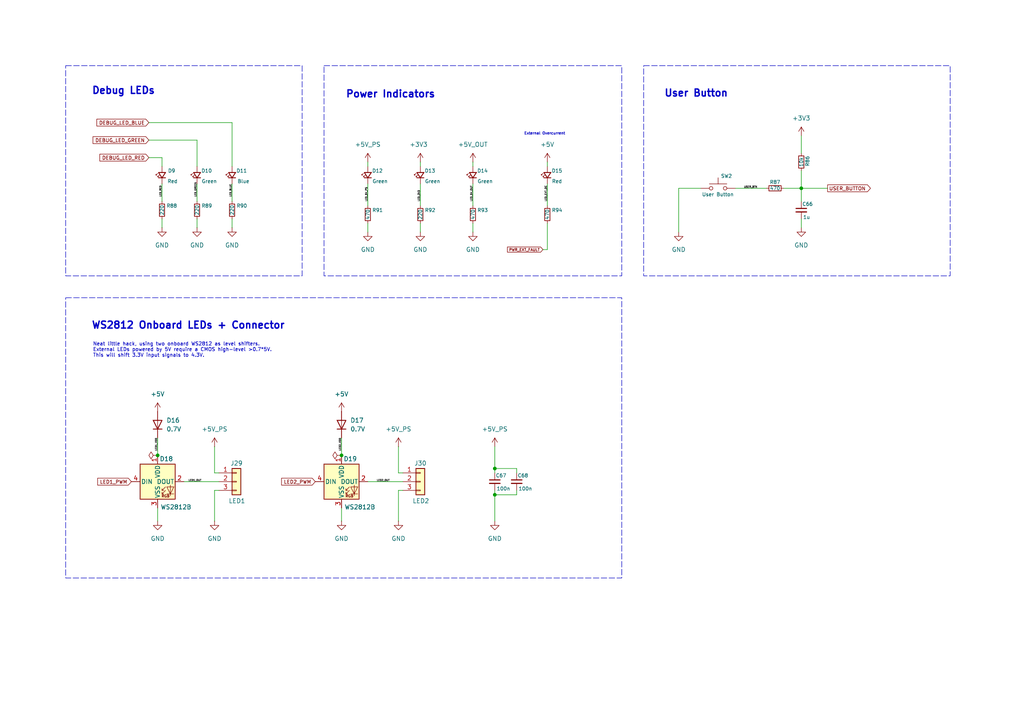
<source format=kicad_sch>
(kicad_sch (version 20231120) (generator "eeschema") (generator_version "8.0")
  (paper "A4")
  (title_block (title "LARS Hardware Interface") (date "2025-03-04") (rev "v1.0") (company "CAuDri e.V.") (comment 1 "Source: https://ohwr.org/cern_ohl_w_v2.txt") (comment 2 "A copy of the license is included in the LICENSE file.") (comment 3 "Redistribution and modifications must comply with CERN-OHL-W v2.") (comment 4 "This design is licensed under CERN Open Hardware Licence Version 2."))
  (lib_symbols
    (symbol "LARS_Hardware_Interface:C_Small" (pin_numbers hide) (pin_names (offset 0.254) hide)
      (property "Reference" "C" (at 0.254 1.778 0))
      (property "Value" "C_Small" (at 0.254 -2.032 0))
      (symbol "C_Small_0_1"
        (polyline (pts (xy -1.524 -0.508) (xy 1.524 -0.508)) (stroke (width 0.3302)))
        (polyline (pts (xy -1.524 0.508) (xy 1.524 0.508)) (stroke (width 0.3048)))
      )
      (symbol "C_Small_1_1"
        (pin passive line (at 0 2.54 270) (length 2.032) (name "~") (number "1"))
        (pin passive line (at 0 -2.54 90) (length 2.032) (name "~") (number "2"))
      )
    )
    (symbol "LARS_Hardware_Interface:Connector 1x3" (pin_names (offset 1.016) hide)
      (property "Reference" "J" (at 0 5.08 0))
      (property "Value" "Connector 1x3" (at 0 -5.08 0))
      (symbol "Connector 1x3_1_1"
        (rectangle (start -1.27 -2.413) (end 0 -2.667) (stroke (width 0.1524)))
        (rectangle (start -1.27 0.127) (end 0 -0.127) (stroke (width 0.1524)))
        (rectangle (start -1.27 2.667) (end 0 2.413) (stroke (width 0.1524)))
        (rectangle (start -1.27 3.81) (end 1.27 -3.81) (stroke (width 0.254)) (fill (type background)))
        (pin passive line (at -5.08 2.54 0) (length 3.81) (name "Pin_1") (number "1"))
        (pin passive line (at -5.08 0 0) (length 3.81) (name "Pin_2") (number "2"))
        (pin passive line (at -5.08 -2.54 0) (length 3.81) (name "Pin_3") (number "3"))
      )
    )
    (symbol "LARS_Hardware_Interface:D" (pin_numbers hide) (pin_names (offset 1.016) hide)
      (property "Reference" "D" (at 0 2.54 0))
      (property "Value" "D" (at 0 -2.54 0))
      (symbol "D_0_1"
        (polyline (pts (xy -1.27 1.27) (xy -1.27 -1.27)) (stroke (width 0.254)))
        (polyline (pts (xy 1.27 0) (xy -1.27 0)))
        (polyline (pts (xy 1.27 1.27) (xy 1.27 -1.27) (xy -1.27 0) (xy 1.27 1.27)) (stroke (width 0.254)))
      )
      (symbol "D_1_1"
        (pin passive line (at -3.81 0 0) (length 2.54) (name "K") (number "1"))
        (pin passive line (at 3.81 0 180) (length 2.54) (name "A") (number "2"))
      )
    )
    (symbol "LARS_Hardware_Interface:LED_Small" (pin_numbers hide) (pin_names (offset 0.254) hide)
      (property "Reference" "D" (at -1.27 3.175 0))
      (property "Value" "LED_Small" (at -4.445 -2.54 0))
      (symbol "LED_Small_0_1"
        (polyline (pts (xy -0.762 -1.016) (xy -0.762 1.016)) (stroke (width 0.254)))
        (polyline (pts (xy 0.762 -1.016) (xy -0.762 0) (xy 0.762 1.016) (xy 0.762 -1.016)) (stroke (width 0.254)))
        (polyline (pts (xy 0 0.762) (xy -0.508 1.27) (xy -0.254 1.27) (xy -0.508 1.27) (xy -0.508 1.016)))
        (polyline (pts (xy 0.508 1.27) (xy 0 1.778) (xy 0.254 1.778) (xy 0 1.778) (xy 0 1.524)))
      )
      (symbol "LED_Small_1_1"
        (pin passive line (at -2.54 0 0) (length 1.778) (name "K") (number "1"))
        (pin passive line (at 2.54 0 180) (length 1.778) (name "A") (number "2"))
      )
    )
    (symbol "LARS_Hardware_Interface:R_Small" (pin_numbers hide) (pin_names (offset 0.254) hide)
      (property "Reference" "R" (at 0.762 0.508 0))
      (property "Value" "R_Small" (at 0.762 -1.016 0))
      (symbol "R_Small_0_1"
        (rectangle (start -0.762 1.778) (end 0.762 -1.778) (stroke (width 0.2032)))
      )
      (symbol "R_Small_1_1"
        (pin passive line (at 0 2.54 270) (length 0.762) (name "~") (number "1"))
        (pin passive line (at 0 -2.54 90) (length 0.762) (name "~") (number "2"))
      )
    )
    (symbol "LARS_Hardware_Interface:SW_Push" (pin_numbers hide) (pin_names (offset 1.016) hide)
      (property "Reference" "SW" (at 1.27 2.54 0))
      (property "Value" "SW_Push" (at 0 -1.524 0))
      (symbol "SW_Push_0_1"
        (circle (center -2.032 0) (radius 0.508))
        (polyline (pts (xy 0 1.27) (xy 0 3.048)))
        (polyline (pts (xy 2.54 1.27) (xy -2.54 1.27)))
        (circle (center 2.032 0) (radius 0.508))
        (pin passive line (at -5.08 0 0) (length 2.54) (name "1") (number "1"))
        (pin passive line (at 5.08 0 180) (length 2.54) (name "2") (number "2"))
      )
    )
    (symbol "LARS_Hardware_Interface:WS2812B" (pin_names (offset 0.254))
      (property "Reference" "D" (at 5.08 5.715 0))
      (property "Value" "WS2812B" (at 1.27 -5.715 0))
      (symbol "WS2812B_0_0"
        (text "RGB" (at 2.286 -4.191 0) (effects (font (size 0.762 0.762))))
      )
      (symbol "WS2812B_0_1"
        (polyline (pts (xy 1.27 -3.556) (xy 1.778 -3.556)))
        (polyline (pts (xy 1.27 -2.54) (xy 1.778 -2.54)))
        (polyline (pts (xy 4.699 -3.556) (xy 2.667 -3.556)))
        (polyline (pts (xy 2.286 -2.54) (xy 1.27 -3.556) (xy 1.27 -3.048)))
        (polyline (pts (xy 2.286 -1.524) (xy 1.27 -2.54) (xy 1.27 -2.032)))
        (polyline (pts (xy 3.683 -1.016) (xy 3.683 -3.556) (xy 3.683 -4.064)))
        (polyline (pts (xy 4.699 -1.524) (xy 2.667 -1.524) (xy 3.683 -3.556) (xy 4.699 -1.524)))
        (rectangle (start 5.08 5.08) (end -5.08 -5.08) (stroke (width 0.254)) (fill (type background)))
      )
      (symbol "WS2812B_1_1"
        (pin power_in line (at 0 7.62 270) (length 2.54) (name "VDD") (number "1"))
        (pin output line (at 7.62 0 180) (length 2.54) (name "DOUT") (number "2"))
        (pin power_in line (at 0 -7.62 90) (length 2.54) (name "VSS") (number "3"))
        (pin input line (at -7.62 0 0) (length 2.54) (name "DIN") (number "4"))
      )
    )
    (symbol "power:+3.3V" (power) (pin_numbers hide) (pin_names (offset 0) hide)
      (property "Value" "+3.3V" (at 0 3.556 0))
      (symbol "+3.3V_0_1"
        (polyline (pts (xy -0.762 1.27) (xy 0 2.54)))
        (polyline (pts (xy 0 0) (xy 0 2.54)))
        (polyline (pts (xy 0 2.54) (xy 0.762 1.27)))
      )
      (symbol "+3.3V_1_1"
        (pin power_in line (at 0 0 90) (length 0) (name "~") (number "1"))
      )
    )
    (symbol "power:+5V" (power) (pin_numbers hide) (pin_names (offset 0) hide)
      (property "Value" "+5V" (at 0 3.556 0))
      (symbol "+5V_0_1"
        (polyline (pts (xy -0.762 1.27) (xy 0 2.54)))
        (polyline (pts (xy 0 0) (xy 0 2.54)))
        (polyline (pts (xy 0 2.54) (xy 0.762 1.27)))
      )
      (symbol "+5V_1_1"
        (pin power_in line (at 0 0 90) (length 0) (name "~") (number "1"))
      )
    )
    (symbol "power:GND" (power) (pin_numbers hide) (pin_names (offset 0) hide)
      (property "Value" "GND" (at 0 -3.81 0))
      (symbol "GND_0_1"
        (polyline (pts (xy 0 0) (xy 0 -1.27) (xy 1.27 -1.27) (xy 0 -2.54) (xy -1.27 -1.27) (xy 0 -1.27)))
      )
      (symbol "GND_1_1"
        (pin power_in line (at 0 0 270) (length 0) (name "~") (number "1"))
      )
    )
    (symbol "power:PWR_FLAG" (power) (pin_numbers hide) (pin_names (offset 0) hide)
      (property "Value" "PWR_FLAG" (at 0 3.81 0))
      (symbol "PWR_FLAG_0_0"
        (pin power_out line (at 0 0 90) (length 0) (name "~") (number "1"))
      )
      (symbol "PWR_FLAG_0_1"
        (polyline (pts (xy 0 0) (xy 0 1.27) (xy -1.016 1.905) (xy 0 2.54) (xy 1.016 1.905) (xy 0 1.27)))
      )
    )
    (symbol "power:VD" (power) (pin_numbers hide) (pin_names (offset 0) hide)
      (property "Value" "VD" (at 0 3.556 0))
      (symbol "VD_0_1"
        (polyline (pts (xy -0.762 1.27) (xy 0 2.54)))
        (polyline (pts (xy 0 0) (xy 0 2.54)))
        (polyline (pts (xy 0 2.54) (xy 0.762 1.27)))
      )
      (symbol "VD_1_1"
        (pin power_in line (at 0 0 90) (length 0) (name "~") (number "1"))
      )
    )
  )
  (junction (at 45.72 132.08))
  (junction (at 143.51 135.89))
  (junction (at 232.41 54.61))
  (junction (at 99.06 132.08))
  (junction (at 143.51 143.51))
  (wire (pts (xy 227.33 54.61) (xy 232.41 54.61)))
  (wire (pts (xy 99.06 151.13) (xy 99.06 147.32)))
  (wire (pts (xy 143.51 135.89) (xy 143.51 137.16)))
  (wire (pts (xy 158.75 46.99) (xy 158.75 48.26)))
  (wire (pts (xy 46.99 53.34) (xy 46.99 58.42)))
  (wire (pts (xy 67.31 53.34) (xy 67.31 58.42)))
  (wire (pts (xy 158.75 72.39) (xy 158.75 64.77)))
  (wire (pts (xy 46.99 45.72) (xy 46.99 48.26)))
  (wire (pts (xy 149.86 137.16) (xy 149.86 135.89)))
  (wire (pts (xy 67.31 35.56) (xy 67.31 48.26)))
  (wire (pts (xy 57.15 66.04) (xy 57.15 63.5)))
  (wire (pts (xy 43.18 40.64) (xy 57.15 40.64)))
  (wire (pts (xy 43.18 45.72) (xy 46.99 45.72)))
  (wire (pts (xy 121.92 67.31) (xy 121.92 64.77)))
  (wire (pts (xy 115.57 151.13) (xy 115.57 142.24)))
  (wire (pts (xy 106.68 53.34) (xy 106.68 59.69)))
  (wire (pts (xy 158.75 53.34) (xy 158.75 59.69)))
  (wire (pts (xy 57.15 40.64) (xy 57.15 48.26)))
  (wire (pts (xy 99.06 127) (xy 99.06 132.08)))
  (wire (pts (xy 62.23 129.54) (xy 62.23 137.16)))
  (wire (pts (xy 232.41 49.53) (xy 232.41 54.61)))
  (wire (pts (xy 62.23 142.24) (xy 63.5 142.24)))
  (wire (pts (xy 67.31 66.04) (xy 67.31 63.5)))
  (wire (pts (xy 106.68 46.99) (xy 106.68 48.26)))
  (wire (pts (xy 115.57 129.54) (xy 115.57 137.16)))
  (wire (pts (xy 196.85 54.61) (xy 203.2 54.61)))
  (wire (pts (xy 62.23 151.13) (xy 62.23 142.24)))
  (wire (pts (xy 43.18 35.56) (xy 67.31 35.56)))
  (wire (pts (xy 143.51 129.54) (xy 143.51 135.89)))
  (wire (pts (xy 143.51 143.51) (xy 149.86 143.51)))
  (wire (pts (xy 137.16 46.99) (xy 137.16 48.26)))
  (wire (pts (xy 57.15 53.34) (xy 57.15 58.42)))
  (wire (pts (xy 143.51 143.51) (xy 143.51 151.13)))
  (wire (pts (xy 106.68 139.7) (xy 116.84 139.7)))
  (wire (pts (xy 143.51 135.89) (xy 149.86 135.89)))
  (wire (pts (xy 232.41 63.5) (xy 232.41 66.04)))
  (wire (pts (xy 157.48 72.39) (xy 158.75 72.39)))
  (wire (pts (xy 232.41 54.61) (xy 232.41 58.42)))
  (wire (pts (xy 149.86 142.24) (xy 149.86 143.51)))
  (wire (pts (xy 232.41 54.61) (xy 240.03 54.61)))
  (wire (pts (xy 45.72 151.13) (xy 45.72 147.32)))
  (wire (pts (xy 53.34 139.7) (xy 63.5 139.7)))
  (wire (pts (xy 121.92 53.34) (xy 121.92 59.69)))
  (wire (pts (xy 115.57 142.24) (xy 116.84 142.24)))
  (wire (pts (xy 232.41 39.37) (xy 232.41 44.45)))
  (wire (pts (xy 115.57 137.16) (xy 116.84 137.16)))
  (wire (pts (xy 106.68 67.31) (xy 106.68 64.77)))
  (wire (pts (xy 143.51 142.24) (xy 143.51 143.51)))
  (wire (pts (xy 121.92 46.99) (xy 121.92 48.26)))
  (wire (pts (xy 137.16 67.31) (xy 137.16 64.77)))
  (wire (pts (xy 196.85 54.61) (xy 196.85 67.31)))
  (wire (pts (xy 46.99 66.04) (xy 46.99 63.5)))
  (wire (pts (xy 62.23 137.16) (xy 63.5 137.16)))
  (wire (pts (xy 137.16 53.34) (xy 137.16 59.69)))
  (wire (pts (xy 45.72 127) (xy 45.72 132.08)))
  (wire (pts (xy 213.36 54.61) (xy 222.25 54.61)))
  (rectangle (start 19.05 86.36) (end 180.34 167.64) (stroke (width 0) (type dash)))
  (rectangle (start 19.05 19.05) (end 87.63 80.01) (stroke (width 0) (type dash)))
  (rectangle (start 186.69 19.05) (end 275.59 80.01) (stroke (width 0) (type dash)))
  (rectangle (start 93.98 19.05) (end 180.34 80.01) (stroke (width 0) (type dash)))
  (text "WS2812 Onboard LEDs + Connector" (at 54.61 94.488 0) (effects (font (size 2.032 2.032) (thickness 0.4064) (bold yes))))
  (text "Power Indicators" (at 113.284 27.432 0) (effects (font (size 2.032 2.032) (thickness 0.4064) (bold yes))))
  (text "User Button" (at 201.93 27.178 0) (effects (font (size 2.032 2.032) (thickness 0.4064) (bold yes))))
  (text "Debug LEDs" (at 35.814 26.416 0) (effects (font (size 2.032 2.032) (thickness 0.4064) (bold yes))))
  (text "External Overcurrent" (at 157.988 38.862 0) (effects (font (size 0.762 0.762))))
  (text "Neat little hack, using two onboard WS2812 as level shifters.\nExternal LEDs powered by 5V require a CMOS high-level >0.7*5V.\nThis will shift 3.3V input signals to 4.3V.\n " (at 26.924 102.362 0) (effects (font (size 1.016 1.016)) (justify left)))
  (label "LED2_VDD" (at 99.06 130.81 90) (effects (font (size 0.508 0.508))))
  (label "LED_3V3" (at 121.92 58.42 90) (effects (font (size 0.508 0.508))))
  (label "LED_BLUE" (at 67.31 57.15 90) (effects (font (size 0.508 0.508))))
  (label "LED_EXT_OC" (at 158.75 58.42 90) (effects (font (size 0.508 0.508))))
  (label "USER_BTN" (at 219.71 54.61 180) (effects (font (size 0.508 0.508))))
  (label "LED_GREEN" (at 57.15 57.15 90) (effects (font (size 0.508 0.508))))
  (label "LED2_OUT" (at 109.22 139.7 0) (effects (font (size 0.508 0.508))))
  (label "LED1_OUT" (at 54.61 139.7 0) (effects (font (size 0.508 0.508))))
  (label "LED_5V_OUT" (at 137.16 58.42 90) (effects (font (size 0.508 0.508))))
  (label "LED1_VDD" (at 45.72 130.81 90) (effects (font (size 0.508 0.508))))
  (label "LED_RED" (at 46.99 57.15 90) (effects (font (size 0.508 0.508))))
  (label "LED_5V_PS" (at 106.68 58.42 90) (effects (font (size 0.508 0.508))))
  (global_label "DEBUG_LED_GREEN" (shape input) (at 43.18 40.64 180) (effects (font (size 1.016 1.016))) (property "Intersheetrefs" "${INTERSHEET_REFS}" (effects (hide yes))))
  (global_label "PWR_EXT_FAULT" (shape input) (at 157.48 72.39 180) (effects (font (size 0.762 0.762))) (property "Intersheetrefs" "${INTERSHEET_REFS}" (effects (hide yes))))
  (global_label "DEBUG_LED_RED" (shape input) (at 43.18 45.72 180) (effects (font (size 1.016 1.016))) (property "Intersheetrefs" "${INTERSHEET_REFS}" (effects (hide yes))))
  (global_label "USER_BUTTON" (shape output) (at 240.03 54.61 0) (effects (font (size 1.016 1.016))) (property "Intersheetrefs" "${INTERSHEET_REFS}" (effects (hide yes))))
  (global_label "LED1_PWM" (shape input) (at 38.1 139.7 180) (effects (font (size 1.016 1.016))) (property "Intersheetrefs" "${INTERSHEET_REFS}" (effects (hide yes))))
  (global_label "DEBUG_LED_BLUE" (shape input) (at 43.18 35.56 180) (effects (font (size 1.016 1.016))) (property "Intersheetrefs" "${INTERSHEET_REFS}" (effects (hide yes))))
  (global_label "LED2_PWM" (shape input) (at 91.44 139.7 180) (effects (font (size 1.016 1.016))) (property "Intersheetrefs" "${INTERSHEET_REFS}" (effects (hide yes))))
  (symbol (lib_id "power:GND") (at 232.41 66.04 0) (unit 1)
    (property "Reference" "#PWR0196" (effects (hide yes)))
    (property "Value" "GND" (at 232.41 71.12 0))
    (property "Description" "Power symbol creates a global label with name \"GND\" , ground" (effects (hide yes)))
  )
  (symbol (lib_id "LARS_Hardware_Interface:R_Small") (at 232.41 46.99 0) (unit 1)
    (property "Reference" "R86" (at 234.188 46.736 90) (effects (font (size 1.016 1.016))))
    (property "Value" "10k" (at 232.41 46.99 90) (effects (font (size 1.016 1.016))))
    (property "Footprint" "LARS_Hardware_Interface:R_0805_2012Metric" (effects (hide yes)))
    (property "Description" "Resistor, small symbol" (effects (hide yes)))
  )
  (symbol (lib_id "LARS_Hardware_Interface:C_Small") (at 149.86 139.7 0) (unit 1)
    (property "Reference" "C68" (at 150.114 137.922 0) (effects (font (size 1.016 1.016)) (justify left)))
    (property "Value" "100n" (at 150.368 141.732 0) (effects (font (size 1.016 1.016)) (justify left)))
    (property "Footprint" "LARS_Hardware_Interface:C_0805_2012Metric" (effects (hide yes)))
    (property "Description" "Unpolarized capacitor, small symbol" (effects (hide yes)))
  )
  (symbol (lib_id "LARS_Hardware_Interface:R_Small") (at 158.75 62.23 0) (unit 1)
    (property "Reference" "R94" (at 160.02 60.96 0) (effects (font (size 1.016 1.016)) (justify left)))
    (property "Value" "470" (at 158.75 63.754 90) (effects (font (size 1.016 1.016)) (justify left)))
    (property "Footprint" "LARS_Hardware_Interface:R_0805_2012Metric" (effects (hide yes)))
    (property "Description" "Resistor, small symbol" (effects (hide yes)))
  )
  (symbol (lib_id "LARS_Hardware_Interface:C_Small") (at 232.41 60.96 0) (unit 1)
    (property "Reference" "C66" (at 232.664 59.182 0) (effects (font (size 1.016 1.016)) (justify left)))
    (property "Value" "1u" (at 232.918 62.992 0) (effects (font (size 1.016 1.016)) (justify left)))
    (property "Footprint" "LARS_Hardware_Interface:C_0805_2012Metric" (effects (hide yes)))
    (property "Description" "Unpolarized capacitor, small symbol" (effects (hide yes)))
  )
  (symbol (lib_id "LARS_Hardware_Interface:LED_Small") (at 57.15 50.8 90) (unit 1)
    (property "Reference" "D10" (at 59.944 49.53 90) (effects (font (size 1.016 1.016))))
    (property "Value" "Green" (at 60.706 52.578 90) (effects (font (size 1.016 1.016))))
    (property "Footprint" "LARS_Hardware_Interface:LED_0603_1608Metric_Green" (effects (hide yes)))
    (property "Description" "Light emitting diode, small symbol" (effects (hide yes)))
  )
  (symbol (lib_id "LARS_Hardware_Interface:LED_Small") (at 121.92 50.8 90) (unit 1)
    (property "Reference" "D13" (at 124.714 49.53 90) (effects (font (size 1.016 1.016))))
    (property "Value" "Green" (at 125.476 52.578 90) (effects (font (size 1.016 1.016))))
    (property "Footprint" "LARS_Hardware_Interface:LED_0603_1608Metric_Green" (effects (hide yes)))
    (property "Description" "Light emitting diode, small symbol" (effects (hide yes)))
  )
  (symbol (lib_id "power:VD") (at 106.68 46.99 0) (unit 1)
    (property "Reference" "#PWR0189" (effects (hide yes)))
    (property "Value" "+5V_PS" (at 106.68 41.91 0))
    (property "Description" "Power symbol creates a global label with name \"VD\"" (effects (hide yes)))
  )
  (symbol (lib_id "LARS_Hardware_Interface:LED_Small") (at 67.31 50.8 90) (unit 1)
    (property "Reference" "D11" (at 70.104 49.53 90) (effects (font (size 1.016 1.016))))
    (property "Value" "Blue" (at 70.612 52.578 90) (effects (font (size 1.016 1.016))))
    (property "Footprint" "LARS_Hardware_Interface:LED_0603_1608Metric_Blue" (effects (hide yes)))
    (property "Description" "Light emitting diode, small symbol" (effects (hide yes)))
  )
  (symbol (lib_id "LARS_Hardware_Interface:R_Small") (at 224.79 54.61 270) (unit 1)
    (property "Reference" "R87" (at 224.79 52.832 90) (effects (font (size 1.016 1.016))))
    (property "Value" "470" (at 224.79 54.61 90) (effects (font (size 1.016 1.016))))
    (property "Footprint" "LARS_Hardware_Interface:R_0805_2012Metric" (effects (hide yes)))
    (property "Description" "Resistor, small symbol" (effects (hide yes)))
  )
  (symbol (lib_id "power:GND") (at 137.16 67.31 0) (unit 1)
    (property "Reference" "#PWR0199" (effects (hide yes)))
    (property "Value" "GND" (at 137.16 72.39 0))
    (property "Description" "Power symbol creates a global label with name \"GND\" , ground" (effects (hide yes)))
  )
  (symbol (lib_id "LARS_Hardware_Interface:LED_Small") (at 137.16 50.8 90) (unit 1)
    (property "Reference" "D14" (at 139.954 49.53 90) (effects (font (size 1.016 1.016))))
    (property "Value" "Green" (at 140.716 52.578 90) (effects (font (size 1.016 1.016))))
    (property "Footprint" "LARS_Hardware_Interface:LED_0603_1608Metric_Green" (effects (hide yes)))
    (property "Description" "Light emitting diode, small symbol" (effects (hide yes)))
  )
  (symbol (lib_id "power:GND") (at 106.68 67.31 0) (unit 1)
    (property "Reference" "#PWR0197" (effects (hide yes)))
    (property "Value" "GND" (at 106.68 72.39 0))
    (property "Description" "Power symbol creates a global label with name \"GND\" , ground" (effects (hide yes)))
  )
  (symbol (lib_id "power:GND") (at 46.99 66.04 0) (unit 1)
    (property "Reference" "#PWR0193" (effects (hide yes)))
    (property "Value" "GND" (at 46.99 71.12 0))
    (property "Description" "Power symbol creates a global label with name \"GND\" , ground" (effects (hide yes)))
  )
  (symbol (lib_id "power:+3.3V") (at 143.51 129.54 0) (unit 1)
    (property "Reference" "#PWR0205" (effects (hide yes)))
    (property "Value" "+5V_PS" (at 143.51 124.46 0))
    (property "Description" "Power symbol creates a global label with name \"+3.3V\"" (effects (hide yes)))
  )
  (symbol (lib_id "LARS_Hardware_Interface:R_Small") (at 106.68 62.23 0) (unit 1)
    (property "Reference" "R91" (at 107.95 60.96 0) (effects (font (size 1.016 1.016)) (justify left)))
    (property "Value" "470" (at 106.68 63.754 90) (effects (font (size 1.016 1.016)) (justify left)))
    (property "Footprint" "LARS_Hardware_Interface:R_0805_2012Metric" (effects (hide yes)))
    (property "Description" "Resistor, small symbol" (effects (hide yes)))
  )
  (symbol (lib_id "LARS_Hardware_Interface:C_Small") (at 143.51 139.7 0) (unit 1)
    (property "Reference" "C67" (at 143.764 137.922 0) (effects (font (size 1.016 1.016)) (justify left)))
    (property "Value" "100n" (at 144.018 141.732 0) (effects (font (size 1.016 1.016)) (justify left)))
    (property "Footprint" "LARS_Hardware_Interface:C_0805_2012Metric" (effects (hide yes)))
    (property "Description" "Unpolarized capacitor, small symbol" (effects (hide yes)))
  )
  (symbol (lib_id "LARS_Hardware_Interface:Connector 1x3") (at 121.92 139.7 0) (unit 1)
    (property "Reference" "J30" (at 120.142 134.366 0) (effects (justify left)))
    (property "Value" "LED2" (at 119.634 145.288 0) (effects (justify left)))
    (property "Footprint" "LARS_Hardware_Interface:JST_XH_B3B-XH-A_1x03_P2.50mm_Vertical" (effects (hide yes)))
    (property "Description" "Generic Connector 3-Pin (JST-XH 2.50mm)" (effects (hide yes)))
  )
  (symbol (lib_id "LARS_Hardware_Interface:Connector 1x3") (at 68.58 139.7 0) (unit 1)
    (property "Reference" "J29" (at 66.802 134.366 0) (effects (justify left)))
    (property "Value" "LED1" (at 66.294 145.288 0) (effects (justify left)))
    (property "Footprint" "LARS_Hardware_Interface:JST_XH_B3B-XH-A_1x03_P2.50mm_Vertical" (effects (hide yes)))
    (property "Description" "Generic Connector 3-Pin (JST-XH 2.50mm)" (effects (hide yes)))
  )
  (symbol (lib_id "LARS_Hardware_Interface:LED_Small") (at 46.99 50.8 90) (unit 1)
    (property "Reference" "D9" (at 49.784 49.53 90) (effects (font (size 1.016 1.016))))
    (property "Value" "Red" (at 50.038 52.578 90) (effects (font (size 1.016 1.016))))
    (property "Footprint" "LARS_Hardware_Interface:LED_0603_1608Metric_Red" (effects (hide yes)))
    (property "Description" "Light emitting diode, small symbol" (effects (hide yes)))
  )
  (symbol (lib_id "power:GND") (at 143.51 151.13 0) (unit 1)
    (property "Reference" "#PWR0210" (effects (hide yes)))
    (property "Value" "GND" (at 143.51 156.21 0))
    (property "Description" "Power symbol creates a global label with name \"GND\" , ground" (effects (hide yes)))
  )
  (symbol (lib_id "LARS_Hardware_Interface:WS2812B") (at 45.72 139.7 0) (unit 1)
    (property "Reference" "D18" (at 48.26 133.096 0))
    (property "Value" "WS2812B" (at 51.054 147.066 0))
    (property "Footprint" "LARS_Hardware_Interface:LED_WS2812B_PLCC4_5.0x5.0mm_P3.2mm" (effects (hide yes)))
    (property "Datasheet" "https://cdn-shop.adafruit.com/datasheets/WS2812B.pdf" (effects (hide yes)))
    (property "Description" "RGB LED with integrated controller" (effects (hide yes)))
  )
  (symbol (lib_id "LARS_Hardware_Interface:R_Small") (at 46.99 60.96 0) (unit 1)
    (property "Reference" "R88" (at 48.26 59.69 0) (effects (font (size 1.016 1.016)) (justify left)))
    (property "Value" "220" (at 46.99 62.484 90) (effects (font (size 1.016 1.016)) (justify left)))
    (property "Footprint" "LARS_Hardware_Interface:R_0805_2012Metric" (effects (hide yes)))
    (property "Description" "Resistor, small symbol" (effects (hide yes)))
  )
  (symbol (lib_id "power:+5V") (at 62.23 129.54 0) (unit 1)
    (property "Reference" "#PWR0203" (effects (hide yes)))
    (property "Value" "+5V_PS" (at 62.23 124.46 0))
    (property "Description" "Power symbol creates a global label with name \"+5V\"" (effects (hide yes)))
  )
  (symbol (lib_id "LARS_Hardware_Interface:WS2812B") (at 99.06 139.7 0) (unit 1)
    (property "Reference" "D19" (at 101.6 133.096 0))
    (property "Value" "WS2812B" (at 104.394 147.066 0))
    (property "Footprint" "LARS_Hardware_Interface:LED_WS2812B_PLCC4_5.0x5.0mm_P3.2mm" (effects (hide yes)))
    (property "Datasheet" "https://cdn-shop.adafruit.com/datasheets/WS2812B.pdf" (effects (hide yes)))
    (property "Description" "RGB LED with integrated controller" (effects (hide yes)))
  )
  (symbol (lib_id "power:+3.3V") (at 232.41 39.37 0) (unit 1)
    (property "Reference" "#PWR0188" (effects (hide yes)))
    (property "Value" "+3V3" (at 232.41 34.29 0))
    (property "Description" "Power symbol creates a global label with name \"+3.3V\"" (effects (hide yes)))
  )
  (symbol (lib_id "LARS_Hardware_Interface:R_Small") (at 121.92 62.23 0) (unit 1)
    (property "Reference" "R92" (at 123.19 60.96 0) (effects (font (size 1.016 1.016)) (justify left)))
    (property "Value" "220" (at 121.92 63.754 90) (effects (font (size 1.016 1.016)) (justify left)))
    (property "Footprint" "LARS_Hardware_Interface:R_0805_2012Metric" (effects (hide yes)))
    (property "Description" "Resistor, small symbol" (effects (hide yes)))
  )
  (symbol (lib_id "power:+3.3V") (at 99.06 119.38 0) (unit 1)
    (property "Reference" "#PWR0202" (effects (hide yes)))
    (property "Value" "+5V" (at 99.06 114.3 0))
    (property "Description" "Power symbol creates a global label with name \"+3.3V\"" (effects (hide yes)))
  )
  (symbol (lib_id "LARS_Hardware_Interface:R_Small") (at 57.15 60.96 0) (unit 1)
    (property "Reference" "R89" (at 58.42 59.69 0) (effects (font (size 1.016 1.016)) (justify left)))
    (property "Value" "220" (at 57.15 62.484 90) (effects (font (size 1.016 1.016)) (justify left)))
    (property "Footprint" "LARS_Hardware_Interface:R_0805_2012Metric" (effects (hide yes)))
    (property "Description" "Resistor, small symbol" (effects (hide yes)))
  )
  (symbol (lib_id "power:GND") (at 196.85 67.31 0) (unit 1)
    (property "Reference" "#PWR0200" (effects (hide yes)))
    (property "Value" "GND" (at 196.85 72.39 0))
    (property "Description" "Power symbol creates a global label with name \"GND\" , ground" (effects (hide yes)))
  )
  (symbol (lib_id "power:PWR_FLAG") (at 45.72 132.08 90) (unit 1)
    (property "Reference" "#FLG04" (effects (hide yes)))
    (property "Value" "PWR_FLAG" (effects (hide yes)))
    (property "Description" "Special symbol for telling ERC where power comes from" (effects (hide yes)))
  )
  (symbol (lib_id "LARS_Hardware_Interface:LED_Small") (at 158.75 50.8 90) (unit 1)
    (property "Reference" "D15" (at 161.544 49.53 90) (effects (font (size 1.016 1.016))))
    (property "Value" "Red" (at 161.544 52.578 90) (effects (font (size 1.016 1.016))))
    (property "Footprint" "LARS_Hardware_Interface:LED_0603_1608Metric_Red" (effects (hide yes)))
    (property "Description" "Light emitting diode, small symbol" (effects (hide yes)))
  )
  (symbol (lib_id "power:GND") (at 67.31 66.04 0) (unit 1)
    (property "Reference" "#PWR0195" (effects (hide yes)))
    (property "Value" "GND" (at 67.31 71.12 0))
    (property "Description" "Power symbol creates a global label with name \"GND\" , ground" (effects (hide yes)))
  )
  (symbol (lib_id "power:GND") (at 121.92 67.31 0) (unit 1)
    (property "Reference" "#PWR0198" (effects (hide yes)))
    (property "Value" "GND" (at 121.92 72.39 0))
    (property "Description" "Power symbol creates a global label with name \"GND\" , ground" (effects (hide yes)))
  )
  (symbol (lib_id "power:+5V") (at 115.57 129.54 0) (unit 1)
    (property "Reference" "#PWR0204" (effects (hide yes)))
    (property "Value" "+5V_PS" (at 115.57 124.46 0))
    (property "Description" "Power symbol creates a global label with name \"+5V\"" (effects (hide yes)))
  )
  (symbol (lib_id "LARS_Hardware_Interface:D") (at 99.06 123.19 90) (unit 1)
    (property "Reference" "D17" (at 101.6 121.9199 90) (effects (justify right)))
    (property "Value" "0.7V" (at 101.6 124.4599 90) (effects (justify right)))
    (property "Footprint" "LARS_Hardware_Interface:D_0805_2012Metric" (effects (hide yes)))
    (property "Description" "Diode" (effects (hide yes)))
    (property "Sim.Device" "D" (effects (hide yes)))
    (property "Sim.Pins" "1=K 2=A" (effects (hide yes)))
  )
  (symbol (lib_id "power:PWR_FLAG") (at 99.06 132.08 90) (unit 1)
    (property "Reference" "#FLG05" (effects (hide yes)))
    (property "Value" "PWR_FLAG" (effects (hide yes)))
    (property "Description" "Special symbol for telling ERC where power comes from" (effects (hide yes)))
  )
  (symbol (lib_id "LARS_Hardware_Interface:SW_Push") (at 208.28 54.61 0) (unit 1)
    (property "Reference" "SW2" (at 212.344 51.054 0) (effects (font (size 1.016 1.016)) (justify right)))
    (property "Value" "User Button" (at 212.852 56.388 0) (effects (font (size 1.016 1.016)) (justify right)))
    (property "Footprint" "LARS_Hardware_Interface:430182043816" (effects (hide yes)))
    (property "Description" "Push button switch, generic, two pins" (effects (hide yes)))
  )
  (symbol (lib_id "power:+3.3V") (at 45.72 119.38 0) (unit 1)
    (property "Reference" "#PWR0201" (effects (hide yes)))
    (property "Value" "+5V" (at 45.72 114.3 0))
    (property "Description" "Power symbol creates a global label with name \"+3.3V\"" (effects (hide yes)))
  )
  (symbol (lib_id "power:VD") (at 137.16 46.99 0) (unit 1)
    (property "Reference" "#PWR0191" (effects (hide yes)))
    (property "Value" "+5V_OUT" (at 137.16 41.91 0))
    (property "Description" "Power symbol creates a global label with name \"VD\"" (effects (hide yes)))
  )
  (symbol (lib_id "LARS_Hardware_Interface:R_Small") (at 67.31 60.96 0) (unit 1)
    (property "Reference" "R90" (at 68.58 59.69 0) (effects (font (size 1.016 1.016)) (justify left)))
    (property "Value" "220" (at 67.31 62.484 90) (effects (font (size 1.016 1.016)) (justify left)))
    (property "Footprint" "LARS_Hardware_Interface:R_0805_2012Metric" (effects (hide yes)))
    (property "Description" "Resistor, small symbol" (effects (hide yes)))
  )
  (symbol (lib_id "power:GND") (at 57.15 66.04 0) (unit 1)
    (property "Reference" "#PWR0194" (effects (hide yes)))
    (property "Value" "GND" (at 57.15 71.12 0))
    (property "Description" "Power symbol creates a global label with name \"GND\" , ground" (effects (hide yes)))
  )
  (symbol (lib_id "power:GND") (at 99.06 151.13 0) (unit 1)
    (property "Reference" "#PWR0208" (effects (hide yes)))
    (property "Value" "GND" (at 99.06 156.21 0))
    (property "Description" "Power symbol creates a global label with name \"GND\" , ground" (effects (hide yes)))
  )
  (symbol (lib_id "LARS_Hardware_Interface:LED_Small") (at 106.68 50.8 90) (unit 1)
    (property "Reference" "D12" (at 109.474 49.53 90) (effects (font (size 1.016 1.016))))
    (property "Value" "Green" (at 110.236 52.578 90) (effects (font (size 1.016 1.016))))
    (property "Footprint" "LARS_Hardware_Interface:LED_0603_1608Metric_Green" (effects (hide yes)))
    (property "Description" "Light emitting diode, small symbol" (effects (hide yes)))
  )
  (symbol (lib_id "power:GND") (at 45.72 151.13 0) (unit 1)
    (property "Reference" "#PWR0206" (effects (hide yes)))
    (property "Value" "GND" (at 45.72 156.21 0))
    (property "Description" "Power symbol creates a global label with name \"GND\" , ground" (effects (hide yes)))
  )
  (symbol (lib_id "LARS_Hardware_Interface:D") (at 45.72 123.19 90) (unit 1)
    (property "Reference" "D16" (at 48.26 121.9199 90) (effects (justify right)))
    (property "Value" "0.7V" (at 48.26 124.4599 90) (effects (justify right)))
    (property "Footprint" "LARS_Hardware_Interface:D_0805_2012Metric" (effects (hide yes)))
    (property "Description" "Diode" (effects (hide yes)))
    (property "Sim.Device" "D" (effects (hide yes)))
    (property "Sim.Pins" "1=K 2=A" (effects (hide yes)))
  )
  (symbol (lib_id "power:+5V") (at 158.75 46.99 0) (unit 1)
    (property "Reference" "#PWR0192" (effects (hide yes)))
    (property "Value" "+5V" (at 158.75 41.91 0))
    (property "Description" "Power symbol creates a global label with name \"+5V\"" (effects (hide yes)))
  )
  (symbol (lib_id "power:GND") (at 115.57 151.13 0) (unit 1)
    (property "Reference" "#PWR0209" (effects (hide yes)))
    (property "Value" "GND" (at 115.57 156.21 0))
    (property "Description" "Power symbol creates a global label with name \"GND\" , ground" (effects (hide yes)))
  )
  (symbol (lib_id "LARS_Hardware_Interface:R_Small") (at 137.16 62.23 0) (unit 1)
    (property "Reference" "R93" (at 138.43 60.96 0) (effects (font (size 1.016 1.016)) (justify left)))
    (property "Value" "470" (at 137.16 63.754 90) (effects (font (size 1.016 1.016)) (justify left)))
    (property "Footprint" "LARS_Hardware_Interface:R_0805_2012Metric" (effects (hide yes)))
    (property "Description" "Resistor, small symbol" (effects (hide yes)))
  )
  (symbol (lib_id "power:GND") (at 62.23 151.13 0) (unit 1)
    (property "Reference" "#PWR0207" (effects (hide yes)))
    (property "Value" "GND" (at 62.23 156.21 0))
    (property "Description" "Power symbol creates a global label with name \"GND\" , ground" (effects (hide yes)))
  )
  (symbol (lib_id "power:VD") (at 121.92 46.99 0) (unit 1)
    (property "Reference" "#PWR0190" (effects (hide yes)))
    (property "Value" "+3V3" (at 121.412 41.91 0))
    (property "Description" "Power symbol creates a global label with name \"VD\"" (effects (hide yes)))
  )
)
</source>
